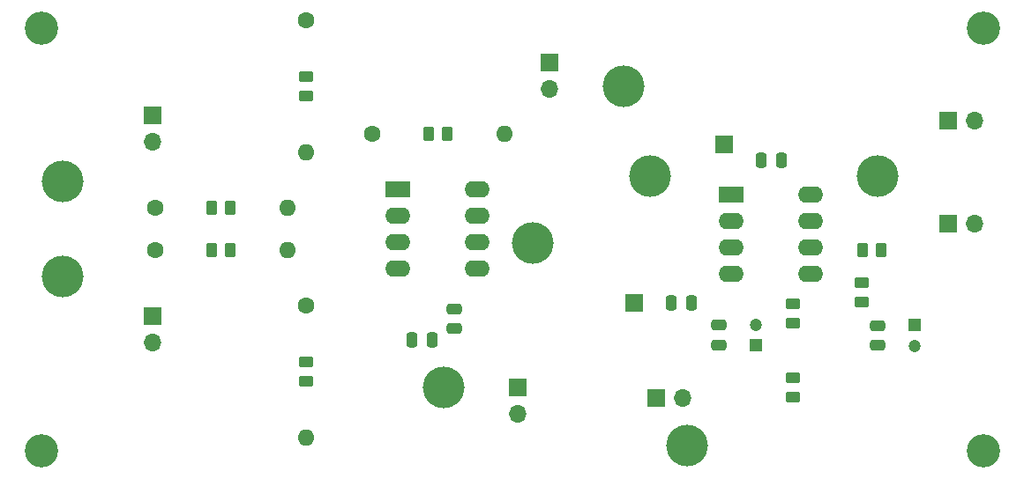
<source format=gbr>
%TF.GenerationSoftware,KiCad,Pcbnew,7.0.10-7.0.10~ubuntu22.04.1*%
%TF.CreationDate,2024-02-22T18:41:36-08:00*%
%TF.ProjectId,INA129-Amplifier,494e4131-3239-42d4-916d-706c69666965,rev?*%
%TF.SameCoordinates,PX2bf7208PY9a4d770*%
%TF.FileFunction,Soldermask,Top*%
%TF.FilePolarity,Negative*%
%FSLAX46Y46*%
G04 Gerber Fmt 4.6, Leading zero omitted, Abs format (unit mm)*
G04 Created by KiCad (PCBNEW 7.0.10-7.0.10~ubuntu22.04.1) date 2024-02-22 18:41:36*
%MOMM*%
%LPD*%
G01*
G04 APERTURE LIST*
G04 Aperture macros list*
%AMRoundRect*
0 Rectangle with rounded corners*
0 $1 Rounding radius*
0 $2 $3 $4 $5 $6 $7 $8 $9 X,Y pos of 4 corners*
0 Add a 4 corners polygon primitive as box body*
4,1,4,$2,$3,$4,$5,$6,$7,$8,$9,$2,$3,0*
0 Add four circle primitives for the rounded corners*
1,1,$1+$1,$2,$3*
1,1,$1+$1,$4,$5*
1,1,$1+$1,$6,$7*
1,1,$1+$1,$8,$9*
0 Add four rect primitives between the rounded corners*
20,1,$1+$1,$2,$3,$4,$5,0*
20,1,$1+$1,$4,$5,$6,$7,0*
20,1,$1+$1,$6,$7,$8,$9,0*
20,1,$1+$1,$8,$9,$2,$3,0*%
G04 Aperture macros list end*
%ADD10C,3.200000*%
%ADD11R,1.700000X1.700000*%
%ADD12RoundRect,0.250000X-0.450000X0.262500X-0.450000X-0.262500X0.450000X-0.262500X0.450000X0.262500X0*%
%ADD13RoundRect,0.250000X0.262500X0.450000X-0.262500X0.450000X-0.262500X-0.450000X0.262500X-0.450000X0*%
%ADD14R,2.400000X1.600000*%
%ADD15O,2.400000X1.600000*%
%ADD16C,4.000000*%
%ADD17O,1.700000X1.700000*%
%ADD18C,1.600000*%
%ADD19O,1.600000X1.600000*%
%ADD20RoundRect,0.250000X0.450000X-0.262500X0.450000X0.262500X-0.450000X0.262500X-0.450000X-0.262500X0*%
%ADD21RoundRect,0.250000X-0.262500X-0.450000X0.262500X-0.450000X0.262500X0.450000X-0.262500X0.450000X0*%
%ADD22RoundRect,0.250000X0.475000X-0.250000X0.475000X0.250000X-0.475000X0.250000X-0.475000X-0.250000X0*%
%ADD23RoundRect,0.250000X-0.475000X0.250000X-0.475000X-0.250000X0.475000X-0.250000X0.475000X0.250000X0*%
%ADD24R,1.200000X1.200000*%
%ADD25C,1.200000*%
%ADD26RoundRect,0.250000X0.250000X0.475000X-0.250000X0.475000X-0.250000X-0.475000X0.250000X-0.475000X0*%
%ADD27RoundRect,0.250000X-0.250000X-0.475000X0.250000X-0.475000X0.250000X0.475000X-0.250000X0.475000X0*%
G04 APERTURE END LIST*
D10*
%TO.C,H4*%
X95123000Y4826000D03*
%TD*%
%TO.C,H3*%
X95123000Y45466000D03*
%TD*%
%TO.C,H2*%
X4699000Y45466000D03*
%TD*%
%TO.C,H1*%
X4699000Y4826000D03*
%TD*%
D11*
%TO.C,J9*%
X70231000Y34290000D03*
%TD*%
%TO.C,J8*%
X61595000Y19050000D03*
%TD*%
D12*
%TO.C,R14*%
X83439000Y20978500D03*
X83439000Y19153500D03*
%TD*%
D13*
%TO.C,R13*%
X85367500Y24130000D03*
X83542500Y24130000D03*
%TD*%
D14*
%TO.C,U3*%
X70978000Y29454000D03*
D15*
X70978000Y26914000D03*
X70978000Y24374000D03*
X70978000Y21834000D03*
X78598000Y21834000D03*
X78598000Y24374000D03*
X78598000Y26914000D03*
X78598000Y29454000D03*
%TD*%
D14*
%TO.C,U1*%
X38974000Y29962000D03*
D15*
X38974000Y27422000D03*
X38974000Y24882000D03*
X38974000Y22342000D03*
X46594000Y22342000D03*
X46594000Y24882000D03*
X46594000Y27422000D03*
X46594000Y29962000D03*
%TD*%
D16*
%TO.C,TPGND1*%
X66675000Y5334000D03*
%TD*%
D11*
%TO.C,J5*%
X63749000Y9906000D03*
D17*
X66289000Y9906000D03*
%TD*%
D16*
%TO.C,TP-9V1*%
X43307000Y10922000D03*
%TD*%
%TO.C,TP+9V1*%
X60579000Y39878000D03*
%TD*%
%TO.C,TPBufOut1*%
X63119000Y31242000D03*
%TD*%
%TO.C,TPBiasOut1*%
X84963000Y31242000D03*
%TD*%
%TO.C,TPRawOut1*%
X51899000Y24798000D03*
%TD*%
%TO.C,TPE-1*%
X6731000Y30734000D03*
%TD*%
%TO.C,TPE+1*%
X6731000Y21590000D03*
%TD*%
D18*
%TO.C,R2*%
X15621000Y24130000D03*
D19*
X28321000Y24130000D03*
%TD*%
D18*
%TO.C,R3*%
X15621000Y28194000D03*
D19*
X28321000Y28194000D03*
%TD*%
%TO.C,R5*%
X30099000Y6096000D03*
D18*
X30099000Y18796000D03*
%TD*%
%TO.C,R6*%
X30099000Y46228000D03*
D19*
X30099000Y33528000D03*
%TD*%
D18*
%TO.C,R10*%
X36449000Y35306000D03*
D19*
X49149000Y35306000D03*
%TD*%
D12*
%TO.C,R12*%
X76835000Y11834500D03*
X76835000Y10009500D03*
%TD*%
%TO.C,R11*%
X76835000Y18946500D03*
X76835000Y17121500D03*
%TD*%
D20*
%TO.C,R8*%
X30099000Y13358500D03*
X30099000Y11533500D03*
%TD*%
D12*
%TO.C,R9*%
X30099000Y38965500D03*
X30099000Y40790500D03*
%TD*%
D21*
%TO.C,R4*%
X21058500Y28194000D03*
X22883500Y28194000D03*
%TD*%
%TO.C,R1*%
X21058500Y24130000D03*
X22883500Y24130000D03*
%TD*%
%TO.C,R7*%
X41886500Y35306000D03*
X43711500Y35306000D03*
%TD*%
D11*
%TO.C,J7*%
X91816000Y36581000D03*
D17*
X94356000Y36581000D03*
%TD*%
D11*
%TO.C,J6*%
X91816000Y26670000D03*
D17*
X94356000Y26670000D03*
%TD*%
%TO.C,J4*%
X50419000Y8382000D03*
D11*
X50419000Y10922000D03*
%TD*%
%TO.C,J3*%
X53467000Y42169000D03*
D17*
X53467000Y39629000D03*
%TD*%
D11*
%TO.C,J1*%
X15367000Y17785000D03*
D17*
X15367000Y15245000D03*
%TD*%
D11*
%TO.C,J2*%
X15367000Y37089000D03*
D17*
X15367000Y34549000D03*
%TD*%
D22*
%TO.C,C10*%
X84963000Y14986000D03*
X84963000Y16886000D03*
%TD*%
D23*
%TO.C,C8*%
X69723000Y16908600D03*
X69723000Y15008600D03*
%TD*%
D24*
%TO.C,C9*%
X88519000Y16952000D03*
D25*
X88519000Y14952000D03*
%TD*%
D24*
%TO.C,C7*%
X73279000Y14986000D03*
D25*
X73279000Y16986000D03*
%TD*%
D26*
%TO.C,C12*%
X67117000Y19050000D03*
X65217000Y19050000D03*
%TD*%
%TO.C,C11*%
X75753000Y32766000D03*
X73853000Y32766000D03*
%TD*%
D27*
%TO.C,C4*%
X40325000Y15494000D03*
X42225000Y15494000D03*
%TD*%
D23*
%TO.C,C3*%
X44323000Y18476000D03*
X44323000Y16576000D03*
%TD*%
M02*

</source>
